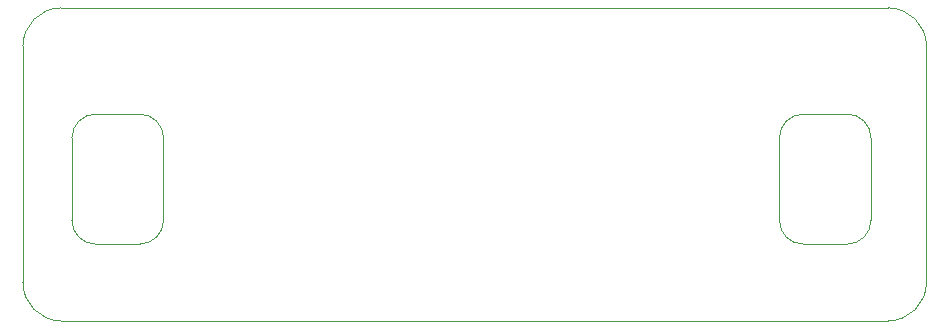
<source format=gbr>
%TF.GenerationSoftware,KiCad,Pcbnew,8.0.8*%
%TF.CreationDate,2026-01-07T21:13:01+09:00*%
%TF.ProjectId,emergency_board_NHK2026,656d6572-6765-46e6-9379-5f626f617264,rev?*%
%TF.SameCoordinates,Original*%
%TF.FileFunction,Profile,NP*%
%FSLAX46Y46*%
G04 Gerber Fmt 4.6, Leading zero omitted, Abs format (unit mm)*
G04 Created by KiCad (PCBNEW 8.0.8) date 2026-01-07 21:13:01*
%MOMM*%
%LPD*%
G01*
G04 APERTURE LIST*
%TA.AperFunction,Profile*%
%ADD10C,0.050000*%
%TD*%
G04 APERTURE END LIST*
D10*
X93251903Y-19998097D02*
G75*
G02*
X96501903Y-23248097I0J-3250000D01*
G01*
X19998097Y-23248097D02*
G75*
G02*
X23248097Y-19998097I3250000J0D01*
G01*
X23248097Y-46501903D02*
G75*
G02*
X19998097Y-43251903I0J3250000D01*
G01*
X96501903Y-43251903D02*
G75*
G02*
X93251903Y-46501903I-3250000J0D01*
G01*
X93250000Y-20000000D02*
X23248097Y-19998097D01*
X96501903Y-43251903D02*
X96500000Y-23250000D01*
X23248097Y-46501903D02*
X93251903Y-46501903D01*
X19998097Y-23248097D02*
X19998097Y-43251903D01*
X86050000Y-29000000D02*
X89800000Y-29000000D01*
X86050000Y-40000000D02*
X89800000Y-40000000D01*
X91800000Y-38000000D02*
X91800000Y-31000000D01*
X91800000Y-38000000D02*
G75*
G02*
X89800000Y-40000000I-1999999J-1D01*
G01*
X84050000Y-31000000D02*
G75*
G02*
X86050000Y-29000000I1999999J1D01*
G01*
X86050000Y-40000000D02*
G75*
G02*
X84050000Y-38000000I-1J1999999D01*
G01*
X89800000Y-29000000D02*
G75*
G02*
X91800000Y-31000000I1J-1999999D01*
G01*
X84050000Y-31000000D02*
X84050000Y-38000000D01*
X29900000Y-29000000D02*
G75*
G02*
X31900000Y-31000000I1J-1999999D01*
G01*
X31900000Y-38000000D02*
G75*
G02*
X29900000Y-40000000I-1999999J-1D01*
G01*
X26150000Y-40000000D02*
G75*
G02*
X24150000Y-38000000I-1J1999999D01*
G01*
X24150000Y-31000000D02*
G75*
G02*
X26150000Y-29000000I2000000J0D01*
G01*
X26150000Y-40000000D02*
X29900000Y-40000000D01*
X26150000Y-29000000D02*
X29900000Y-29000000D01*
X24150000Y-31000000D02*
X24150000Y-38000000D01*
X31900000Y-38000000D02*
X31900000Y-31000000D01*
M02*

</source>
